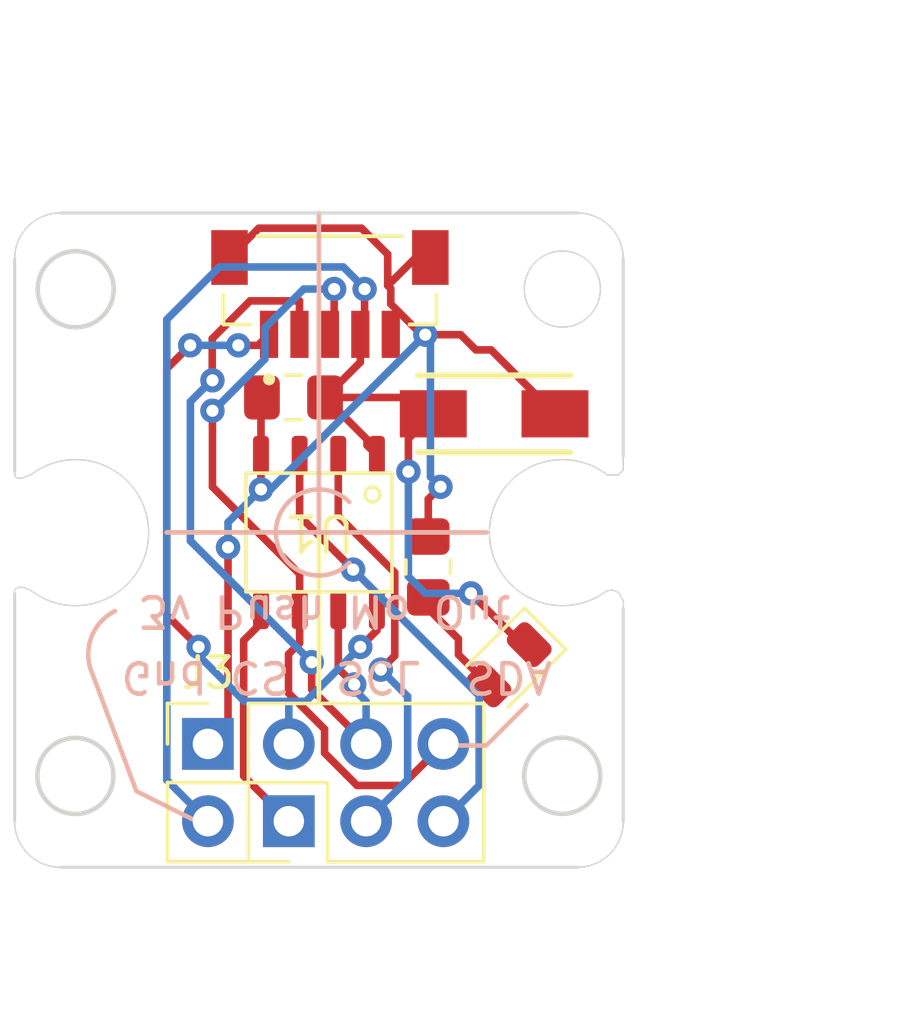
<source format=kicad_pcb>
(kicad_pcb (version 20221018) (generator pcbnew)
  (layers (0 "F.Cu" signal) (31 "B.Cu" signal) (34 "B.Paste" user) (35 "F.Paste" user) (36 "B.SilkS" user "B.Silkscreen") (37 "F.SilkS" user "F.Silkscreen") (38 "B.Mask" user) (39 "F.Mask" user) (44 "Edge.Cuts" user))
  (net 0 "")
  (net 1 "+3.3V")
  (net 2 "GND")
  (net 3 "Net-(D1-A)")
  (net 4 "SDA")
  (net 5 "SCL")
  (net 6 "CS")
  (net 7 "Net-(J2-Pin_1)")
  (net 8 "Net-(J2-Pin_5)")
  (net 9 "Net-(J2-Pin_3)")
  (footprint "Magntek:MT6701_SOP8" (layer "F.Cu") (at 176.479888 97.961634 180)
    (fp_text reference "U1" (at -0.016 -0.008 180 unlocked) (layer "F.SilkS") (effects (font (size 1.15 1.15) (thickness 0.16))))
    (fp_text value "MT6701-SOP8" hide)
    (fp_rect (start -2.4 -1.95) (end 2.4 1.95) (stroke (width 0.12)) (fill none) (layer "F.SilkS"))
    (fp_circle (center -1.760688 1.24885) (end -1.598307 1.435694) (stroke (width 0.12)) (fill none) (layer "F.SilkS"))
    (pad "1" smd roundrect (at -1.905 2.54) (size 0.525 1.27) (layers "F.Cu" "F.Paste" "F.Mask") (net 1 "+3.3V"))
    (pad "2" smd roundrect (at -0.635 2.54) (size 0.525 1.27) (layers "F.Cu" "F.Paste" "F.Mask") (net 9 "Net-(J2-Pin_3)"))
    (pad "3" smd roundrect (at 0.635 2.54) (size 0.525 1.27) (layers "F.Cu" "F.Paste" "F.Mask") (net 8 "Net-(J2-Pin_5)"))
    (pad "4" smd roundrect (at 1.905 2.54) (size 0.525 1.27) (layers "F.Cu" "F.Paste" "F.Mask") (net 2 "GND"))
    (pad "5" smd roundrect (at 1.905 -2.54) (size 0.525 1.27) (layers "F.Cu" "F.Paste" "F.Mask") (net 7 "Net-(J2-Pin_1)"))
    (pad "6" smd roundrect (at 0.635 -2.54) (size 0.525 1.27) (layers "F.Cu" "F.Paste" "F.Mask") (net 4 "SDA"))
    (pad "7" smd roundrect (at -0.635 -2.54) (size 0.525 1.27) (layers "F.Cu" "F.Paste" "F.Mask") (net 5 "SCL"))
    (pad "8" smd roundrect (at -1.905 -2.54) (size 0.525 1.27) (layers "F.Cu" "F.Paste" "F.Mask") (net 6 "CS"))
  )
  (footprint "Resistor_SMD:R_0805_2012Metric_Pad1.20x1.40mm_HandSolder" (layer "F.Cu") (at 180.072898 99.095375 90)
    (fp_text reference "R1" hide)
    (fp_text value "2k" hide)
    (fp_line (start -0.227064 -0.735) (end 0.227064 -0.735) (stroke (width 0.12)) (layer "F.SilkS"))
    (fp_line (start -0.227064 0.735) (end 0.227064 0.735) (stroke (width 0.12)) (layer "F.SilkS"))
    (pad "1" smd roundrect (at -1 0 90) (size 1.2 1.4) (layers "F.Cu" "F.Paste" "F.Mask") (roundrect_rratio 0.208333) (net 3 "Net-(D1-A)"))
    (pad "2" smd roundrect (at 1 0 90) (size 1.2 1.4) (layers "F.Cu" "F.Paste" "F.Mask") (roundrect_rratio 0.208333) (net 2 "GND"))
  )
  (footprint "Connector_PinHeader_2.54mm:PinHeader_1x02_P2.54mm_Vertical" (layer "F.Cu") (at 172.830874 104.909086)
    (fp_text reference "J3" (at 0 -2.33) (layer "F.SilkS"))
    (fp_text value "Conn_01x02_Pin")
    (fp_line (start -1.33 -1.33) (end 0 -1.33) (stroke (width 0.12)) (layer "F.SilkS"))
    (fp_line (start -1.33 0) (end -1.33 -1.33) (stroke (width 0.12)) (layer "F.SilkS"))
    (fp_line (start -1.33 1.27) (end -1.33 3.87) (stroke (width 0.12)) (layer "F.SilkS"))
    (fp_line (start -1.33 1.27) (end 1.33 1.27) (stroke (width 0.12)) (layer "F.SilkS"))
    (fp_line (start -1.33 3.87) (end 1.33 3.87) (stroke (width 0.12)) (layer "F.SilkS"))
    (fp_line (start 1.33 1.27) (end 1.33 3.87) (stroke (width 0.12)) (layer "F.SilkS"))
    (pad "1" thru_hole rect (at 0 0) (size 1.7 1.7) (drill 1) (layers "*.Cu" "*.Mask") (net 2 "GND"))
    (pad "2" thru_hole oval (at 0 2.54) (size 1.7 1.7) (drill 1) (layers "*.Cu" "*.Mask") (net 1 "+3.3V"))
  )
  (footprint "Diode_SMD:D_0805_2012Metric" (layer "F.Cu") (at 182.727008 102.308932 -135)
    (fp_text reference "D1" hide)
    (fp_text value "LED")
    (fp_line (start -1.685 -0.96) (end -1.685 0.96) (stroke (width 0.12)) (layer "F.SilkS"))
    (fp_line (start -1.685 0.96) (end 1 0.96) (stroke (width 0.12)) (layer "F.SilkS"))
    (fp_line (start 1 -0.96) (end -1.685 -0.96) (stroke (width 0.12)) (layer "F.SilkS"))
    (pad "1" smd roundrect (at -0.9375 0 225) (size 0.975 1.4) (layers "F.Cu" "F.Paste" "F.Mask") (net 1 "+3.3V"))
    (pad "2" smd roundrect (at 0.9375 0 225) (size 0.975 1.4) (layers "F.Cu" "F.Paste" "F.Mask") (net 3 "Net-(D1-A)"))
  )
  (footprint "Capacitor_SMD:C_0805_2012Metric_Pad1.18x1.45mm_HandSolder" (layer "F.Cu") (at 175.643973 93.52439 180)
    (fp_text reference "C1" hide)
    (fp_text value "0.1uF" hide)
    (fp_line (start -0.261252 -0.735) (end 0.261252 -0.735) (stroke (width 0.12)) (layer "F.SilkS"))
    (fp_line (start -0.261252 0.735) (end 0.261252 0.735) (stroke (width 0.12)) (layer "F.SilkS"))
    (pad "1" smd roundrect (at -1.0375 0 180) (size 1.175 1.45) (layers "F.Cu" "F.Paste" "F.Mask") (roundrect_rratio 0.212766) (net 1 "+3.3V"))
    (pad "2" smd roundrect (at 1.0375 0 180) (size 1.175 1.45) (layers "F.Cu" "F.Paste" "F.Mask") (roundrect_rratio 0.212766) (net 2 "GND"))
  )
  (footprint "Connector_PinHeader_2.54mm:PinHeader_2x03_P2.54mm_Vertical" (layer "F.Cu") (at 175.49 107.45 90)
    (fp_text reference "J2" hide)
    (fp_text value "DNP" hide)
    (fp_line (start -1.33 -1.33) (end 0 -1.33) (stroke (width 0.12)) (layer "F.SilkS"))
    (fp_line (start -1.33 0) (end -1.33 -1.33) (stroke (width 0.12)) (layer "F.SilkS"))
    (fp_line (start -1.33 1.27) (end -1.33 6.41) (stroke (width 0.12)) (layer "F.SilkS"))
    (fp_line (start -1.33 1.27) (end 1.27 1.27) (stroke (width 0.12)) (layer "F.SilkS"))
    (fp_line (start -1.33 6.41) (end 3.87 6.41) (stroke (width 0.12)) (layer "F.SilkS"))
    (fp_line (start 1.27 -1.33) (end 3.87 -1.33) (stroke (width 0.12)) (layer "F.SilkS"))
    (fp_line (start 1.27 1.27) (end 1.27 -1.33) (stroke (width 0.12)) (layer "F.SilkS"))
    (fp_line (start 3.87 -1.33) (end 3.87 6.41) (stroke (width 0.12)) (layer "F.SilkS"))
    (pad "1" thru_hole rect (at 0 0 90) (size 1.7 1.7) (drill 1) (layers "*.Cu" "*.Mask") (net 7 "Net-(J2-Pin_1)"))
    (pad "2" thru_hole oval (at 2.54 0 90) (size 1.7 1.7) (drill 1) (layers "*.Cu" "*.Mask") (net 6 "CS"))
    (pad "3" thru_hole oval (at 0 2.54 90) (size 1.7 1.7) (drill 1) (layers "*.Cu" "*.Mask") (net 9 "Net-(J2-Pin_3)"))
    (pad "4" thru_hole oval (at 2.54 2.54 90) (size 1.7 1.7) (drill 1) (layers "*.Cu" "*.Mask") (net 5 "SCL"))
    (pad "5" thru_hole oval (at 0 5.08 90) (size 1.7 1.7) (drill 1) (layers "*.Cu" "*.Mask") (net 8 "Net-(J2-Pin_5)"))
    (pad "6" thru_hole oval (at 2.54 5.08 90) (size 1.7 1.7) (drill 1) (layers "*.Cu" "*.Mask") (net 4 "SDA"))
  )
  (footprint "SnapEDA Library:JST_BM05B-SRSS-TB_LF__SN_" (layer "F.Cu") (at 176.840444 88.925306)
    (fp_text reference "J1" hide)
    (fp_text value "BM05B-SRSS-TB_LF__SN_" hide)
    (fp_line (start -3.5 2.2) (end -3.5 1.22) (stroke (width 0.127)) (layer "F.SilkS"))
    (fp_line (start -2.62 2.2) (end -3.5 2.2) (stroke (width 0.127)) (layer "F.SilkS"))
    (fp_line (start -2.38 -0.7) (end 2.38 -0.7) (stroke (width 0.127)) (layer "F.SilkS"))
    (fp_line (start 3.5 2.2) (end 2.62 2.2) (stroke (width 0.127)) (layer "F.SilkS"))
    (fp_line (start 3.5 2.2) (end 3.5 1.22) (stroke (width 0.127)) (layer "F.SilkS"))
    (fp_circle (center -2 4) (end -1.9 4) (stroke (width 0.2)) (fill none) (layer "F.SilkS"))
    (pad "1" smd rect (at -2 2.525) (size 0.6 1.55) (layers "F.Cu" "F.Paste" "F.Mask") (net 6 "CS"))
    (pad "2" smd rect (at -1 2.525) (size 0.6 1.55) (layers "F.Cu" "F.Paste" "F.Mask") (net 5 "SCL"))
    (pad "3" smd rect (at 0 2.525) (size 0.6 1.55) (layers "F.Cu" "F.Paste" "F.Mask") (net 4 "SDA"))
    (pad "4" smd rect (at 1 2.525) (size 0.6 1.55) (layers "F.Cu" "F.Paste" "F.Mask") (net 1 "+3.3V"))
    (pad "5" smd rect (at 2 2.525) (size 0.6 1.55) (layers "F.Cu" "F.Paste" "F.Mask") (net 2 "GND"))
    (pad "S1" smd rect (at -3.3 0) (size 1.2 1.8) (layers "F.Cu" "F.Paste" "F.Mask") (net 2 "GND"))
    (pad "S2" smd rect (at 3.3 0) (size 1.2 1.8) (layers "F.Cu" "F.Paste" "F.Mask") (net 2 "GND"))
  )
  (footprint "aaa_SamacSys_Parts:DIONM5025X225N" (layer "F.Cu") (at 182.237339 94.062508)
    (fp_text reference "D2" hide)
    (fp_text value "SMAJ6.0CAe3_TR13" hide)
    (fp_line (start -2.5 1.262) (end 2.5 1.262) (stroke (width 0.2)) (layer "F.SilkS"))
    (fp_line (start 2.5 -1.262) (end -2.5 -1.262) (stroke (width 0.2)) (layer "F.SilkS"))
    (pad "1" smd rect (at -2 0 90) (size 1.55 2.2) (layers "F.Cu" "F.Paste" "F.Mask") (net 1 "+3.3V"))
    (pad "2" smd rect (at 2 0 90) (size 1.55 2.2) (layers "F.Cu" "F.Paste" "F.Mask") (net 2 "GND"))
  )
  (gr_line (start 171.479888 97.961634) (end 181.979888 97.961634) (stroke (width 0.15)) (layer "B.SilkS"))
  (gr_line (start 168.979888 102.461634) (end 170.479888 106.461634) (stroke (width 0.15)) (layer "B.SilkS"))
  (gr_line (start 170.479888 106.461634) (end 172.479888 107.461634) (stroke (width 0.15)) (layer "B.SilkS"))
  (gr_line (start 176.479888 97.961634) (end 176.479888 87.461634) (stroke (width 0.15)) (layer "B.SilkS"))
  (gr_line (start 181.979888 97.961634) (end 176.479888 97.961634) (stroke (width 0.15)) (layer "B.SilkS"))
  (gr_arc (start 177.479888 98.961634) (mid 175.065674 97.961634) (end 177.479888 96.961634) (stroke (width 0.15)) (layer "B.SilkS"))
  (gr_line (start 176.479888 97.961634) (end 171.479888 97.961634) (stroke (width 0.15)) (layer "B.SilkS"))
  (gr_line (start 176.479888 87.461634) (end 176.479888 97.961634) (stroke (width 0.15)) (layer "B.SilkS"))
  (gr_arc (start 168.979889 102.461634) (mid 169.019107 101.356559) (end 169.772782 100.547421) (stroke (width 0.15)) (layer "B.SilkS"))
  (gr_line (start 181.979888 104.961634) (end 183.305841 103.635681) (stroke (width 0.15)) (layer "B.SilkS"))
  (gr_line (start 180.479888 104.961634) (end 181.979888 104.961634) (stroke (width 0.15)) (layer "B.SilkS"))
  (gr_line (start 176.479888 97.961634) (end 171.479888 97.961634) (stroke (width 0.15)) (layer "F.SilkS"))
  (gr_line (start 181.979888 97.961634) (end 176.479888 97.961634) (stroke (width 0.15)) (layer "F.SilkS"))
  (gr_line (start 176.479888 103.461634) (end 176.479888 87.461634) (stroke (width 0.15)) (layer "F.SilkS"))
  (gr_line (start 171.479888 97.961634) (end 176.479888 97.961634) (stroke (width 0.15)) (layer "F.SilkS"))
  (gr_line (start 176.479888 97.961634) (end 176.479888 103.461634) (stroke (width 0.15)) (layer "F.SilkS"))
  (gr_line (start 186.479888 88.961634) (end 186.479888 95.461634) (stroke (width 0.1)) (layer "Edge.Cuts"))
  (gr_circle (center 184.479888 89.961634) (end 185.729888 89.961634) (stroke (width 0.05)) (fill none) (layer "Edge.Cuts"))
  (gr_line (start 166.639817 99.760762) (end 166.779016 99.769647) (stroke (width 0.05)) (layer "Edge.Cuts"))
  (gr_line (start 186.487785 100.287417) (end 186.479888 100.461634) (stroke (width 0.05)) (layer "Edge.Cuts"))
  (gr_arc (start 167.043323 96.046241) (mid 170.759919 97.207703) (end 168.483019 100.366469) (stroke (width 0.05)) (layer "Edge.Cuts"))
  (gr_line (start 186.325881 99.93794) (end 186.367344 100.001122) (stroke (width 0.05)) (layer "Edge.Cuts"))
  (gr_line (start 166.515427 96.149864) (end 166.574661 96.17619) (stroke (width 0.05)) (layer "Edge.Cuts"))
  (gr_circle (center 184.475429 105.957174) (end 185.725429 105.957174) (stroke (width 0.15)) (fill none) (layer "Edge.Cuts"))
  (gr_line (start 186.479888 95.911806) (end 186.319958 96.071736) (stroke (width 0.05)) (layer "Edge.Cuts"))
  (gr_line (start 186.479888 95.461634) (end 186.479888 95.607742) (stroke (width 0.05)) (layer "Edge.Cuts"))
  (gr_line (start 166.901102 96.103793) (end 166.968233 96.077467) (stroke (width 0.05)) (layer "Edge.Cuts"))
  (gr_line (start 186.256775 99.896477) (end 186.325881 99.93794) (stroke (width 0.05)) (layer "Edge.Cuts"))
  (gr_arc (start 185.923324 99.88624) (mid 185.242146 100.243248) (end 184.483019 100.366469) (stroke (width 0.05)) (layer "Edge.Cuts"))
  (gr_line (start 185.918867 96.043362) (end 185.948293 96.072788) (stroke (width 0.05)) (layer "Edge.Cuts"))
  (gr_line (start 166.479888 107.461634) (end 166.479888 99.961634) (stroke (width 0.1)) (layer "Edge.Cuts"))
  (gr_line (start 186.319958 96.071736) (end 185.948293 96.072788) (stroke (width 0.05)) (layer "Edge.Cuts"))
  (gr_line (start 166.473964 99.861458) (end 166.539121 99.79334) (stroke (width 0.05)) (layer "Edge.Cuts"))
  (gr_arc (start 167.979888 108.961634) (mid 166.919228 108.522294) (end 166.479888 107.461634) (stroke (width 0.05)) (layer "Edge.Cuts"))
  (gr_line (start 185.923324 99.88624) (end 186.006021 99.870809) (stroke (width 0.05)) (layer "Edge.Cuts"))
  (gr_line (start 186.479888 95.607742) (end 186.479888 95.911806) (stroke (width 0.05)) (layer "Edge.Cuts"))
  (gr_line (start 166.968233 96.077467) (end 167.043323 96.046241) (stroke (width 0.05)) (layer "Edge.Cuts"))
  (gr_line (start 186.367344 100.001122) (end 186.414731 100.089972) (stroke (width 0.05)) (layer "Edge.Cuts"))
  (gr_circle (center 168.485545 89.967291) (end 169.735545 89.967291) (stroke (width 0.15)) (fill none) (layer "Edge.Cuts"))
  (gr_line (start 166.479888 99.961634) (end 166.473964 99.861458) (stroke (width 0.05)) (layer "Edge.Cuts"))
  (gr_arc (start 166.479888 88.961634) (mid 166.919228 87.900974) (end 167.979888 87.461634) (stroke (width 0.05)) (layer "Edge.Cuts"))
  (gr_line (start 166.479888 88.961634) (end 166.479888 95.961634) (stroke (width 0.1)) (layer "Edge.Cuts"))
  (gr_line (start 186.171874 99.864886) (end 186.256775 99.896477) (stroke (width 0.05)) (layer "Edge.Cuts"))
  (gr_line (start 166.689178 96.182771) (end 166.797115 96.15118) (stroke (width 0.05)) (layer "Edge.Cuts"))
  (gr_arc (start 184.483019 95.566469) (mid 185.239505 95.68881) (end 185.918867 96.043362) (stroke (width 0.05)) (layer "Edge.Cuts"))
  (gr_line (start 186.470015 100.190669) (end 186.487785 100.287417) (stroke (width 0.05)) (layer "Edge.Cuts"))
  (gr_line (start 186.479888 107.461634) (end 186.479888 100.461634) (stroke (width 0.1)) (layer "Edge.Cuts"))
  (gr_line (start 166.779016 99.769647) (end 166.897482 99.817033) (stroke (width 0.05)) (layer "Edge.Cuts"))
  (gr_line (start 166.479888 95.961634) (end 166.489102 96.09063) (stroke (width 0.05)) (layer "Edge.Cuts"))
  (gr_line (start 166.897482 99.817033) (end 167.038867 99.883348) (stroke (width 0.05)) (layer "Edge.Cuts"))
  (gr_line (start 186.102769 99.855014) (end 186.171874 99.864886) (stroke (width 0.05)) (layer "Edge.Cuts"))
  (gr_circle (center 168.474506 105.962074) (end 169.724506 105.962074) (stroke (width 0.15)) (fill none) (layer "Edge.Cuts"))
  (gr_line (start 186.006021 99.870809) (end 186.102769 99.855014) (stroke (width 0.05)) (layer "Edge.Cuts"))
  (gr_arc (start 186.479888 107.461634) (mid 186.040548 108.522294) (end 184.979888 108.961634) (stroke (width 0.05)) (layer "Edge.Cuts"))
  (gr_line (start 186.414731 100.089972) (end 186.470015 100.190669) (stroke (width 0.05)) (layer "Edge.Cuts"))
  (gr_arc (start 184.979888 87.461634) (mid 186.040548 87.900974) (end 186.479888 88.961634) (stroke (width 0.05)) (layer "Edge.Cuts"))
  (gr_line (start 176.479888 87.461634) (end 184.979888 87.461634) (stroke (width 0.1)) (layer "Edge.Cuts"))
  (gr_line (start 166.539121 99.79334) (end 166.639817 99.760762) (stroke (width 0.05)) (layer "Edge.Cuts"))
  (gr_line (start 166.797115 96.15118) (end 166.901102 96.103793) (stroke (width 0.05)) (layer "Edge.Cuts"))
  (gr_arc (start 184.483019 100.366469) (mid 182.083019 97.966469) (end 184.483019 95.566469) (stroke (width 0.05)) (layer "Edge.Cuts"))
  (gr_line (start 166.574661 96.17619) (end 166.689178 96.182771) (stroke (width 0.05)) (layer "Edge.Cuts"))
  (gr_line (start 176.479888 87.461634) (end 167.979888 87.461634) (stroke (width 0.1)) (layer "Edge.Cuts"))
  (gr_arc (start 168.483019 100.366469) (mid 167.721609 100.242486) (end 167.038867 99.883348) (stroke (width 0.05)) (layer "Edge.Cuts"))
  (gr_line (start 166.489102 96.09063) (end 166.515427 96.149864) (stroke (width 0.05)) (layer "Edge.Cuts"))
  (gr_line (start 184.979888 108.961634) (end 167.979888 108.961634) (stroke (width 0.1)) (layer "Edge.Cuts"))
  (gr_text "Gnd CS  SCL  SDA" (at 169.88927 102.125904 180) (layer "B.SilkS") (effects (font (size 1 1)) (justify left bottom mirror)))
  (gr_text "3v Push Mo Out" (at 170.479888 99.961634 180) (layer "B.SilkS") (effects (font (size 1 1)) (justify left bottom mirror)))
  (segment (start 183.158451 101.646019) (end 181.474506 99.962074) (width 0.25) (layer "F.Cu") (net 1))
  (segment (start 183.389921 101.646019) (end 183.158451 101.646019) (width 0.25) (layer "F.Cu") (net 1))
  (segment (start 176.681473 93.52439) (end 177.840444 92.365419) (width 0.25) (layer "F.Cu") (net 1))
  (segment (start 179.420006 95.962074) (end 179.420006 94.879841) (width 0.25) (layer "F.Cu") (net 1))
  (segment (start 179.420006 94.879841) (end 180.237339 94.062508) (width 0.25) (layer "F.Cu") (net 1))
  (segment (start 176.681473 93.52439) (end 178.058749 94.901666) (width 0.25) (layer "F.Cu") (net 1))
  (segment (start 177.979888 91.310862) (end 177.840444 91.450306) (width 0.25) (layer "F.Cu") (net 1))
  (segment (start 176.681473 93.52439) (end 179.699221 93.52439) (width 0.25) (layer "F.Cu") (net 1))
  (segment (start 177.840444 92.365419) (end 177.840444 91.450306) (width 0.25) (layer "F.Cu") (net 1))
  (segment (start 178.058749 95.095495) (end 178.384888 95.421634) (width 0.25) (layer "F.Cu") (net 1))
  (segment (start 178.058749 94.901666) (end 178.058749 95.095495) (width 0.25) (layer "F.Cu") (net 1))
  (segment (start 177.979888 89.961634) (end 177.979888 91.310862) (width 0.25) (layer "F.Cu") (net 1))
  (segment (start 179.699221 93.52439) (end 180.237339 94.062508) (width 0.25) (layer "F.Cu") (net 1))
  (via (at 181.474506 99.962074) (size 0.8) (drill 0.4) (layers "F.Cu" "B.Cu") (net 1))
  (via (at 179.420006 95.962074) (size 0.8) (drill 0.4) (layers "F.Cu" "B.Cu") (net 1))
  (via (at 177.979888 89.961634) (size 0.8) (drill 0.4) (layers "F.Cu" "B.Cu") (net 1))
  (segment (start 173.204888 89.236634) (end 177.280193 89.236634) (width 0.25) (layer "B.Cu") (net 1))
  (segment (start 181.474506 99.962074) (end 179.974506 99.962074) (width 0.25) (layer "B.Cu") (net 1))
  (segment (start 171.479388 90.962134) (end 173.204888 89.236634) (width 0.25) (layer "B.Cu") (net 1))
  (segment (start 179.974506 99.962074) (end 179.420006 99.407574) (width 0.25) (layer "B.Cu") (net 1))
  (segment (start 179.420006 99.407574) (end 179.420006 95.962074) (width 0.25) (layer "B.Cu") (net 1))
  (segment (start 177.280193 89.236634) (end 177.979888 89.936329) (width 0.25) (layer "B.Cu") (net 1))
  (segment (start 177.979888 89.936329) (end 177.979888 89.961634) (width 0.25) (layer "B.Cu") (net 1))
  (segment (start 171.479388 106.0976) (end 171.479388 90.962134) (width 0.25) (layer "B.Cu") (net 1))
  (segment (start 172.830874 107.449086) (end 171.479388 106.0976) (width 0.25) (layer "B.Cu") (net 1))
  (segment (start 173.540444 88.925306) (end 174.503676 87.962074) (width 0.25) (layer "F.Cu") (net 2))
  (segment (start 177.878526 87.962074) (end 178.740488 88.824036) (width 0.25) (layer "F.Cu") (net 2))
  (segment (start 178.740488 89.849036) (end 179.664218 88.925306) (width 0.25) (layer "F.Cu") (net 2))
  (segment (start 178.740488 88.824036) (end 178.740488 89.849036) (width 0.25) (layer "F.Cu") (net 2))
  (segment (start 172.830874 104.909086) (end 173.492187 104.247773) (width 0.25) (layer "F.Cu") (net 2))
  (segment (start 173.492187 104.247773) (end 173.492187 98.449335) (width 0.25) (layer "F.Cu") (net 2))
  (segment (start 174.503676 87.962074) (end 177.878526 87.962074) (width 0.25) (layer "F.Cu") (net 2))
  (segment (start 180.474506 96.462074) (end 180.072898 96.863682) (width 0.25) (layer "F.Cu") (net 2))
  (segment (start 178.840444 89.948992) (end 178.740488 89.849036) (width 0.25) (layer "F.Cu") (net 2))
  (segment (start 182.136465 91.961634) (end 184.237339 94.062508) (width 0.25) (layer "F.Cu") (net 2))
  (segment (start 178.840444 90.450306) (end 178.840444 89.948992) (width 0.25) (layer "F.Cu") (net 2))
  (segment (start 174.574888 95.421634) (end 174.574888 93.555975) (width 0.25) (layer "F.Cu") (net 2))
  (segment (start 179.974506 91.462074) (end 179.852212 91.462074) (width 0.25) (layer "F.Cu") (net 2))
  (segment (start 179.852212 91.462074) (end 178.840444 90.450306) (width 0.25) (layer "F.Cu") (net 2))
  (segment (start 174.606473 93.52439) (end 174.606473 93.222289) (width 0.25) (layer "F.Cu") (net 2))
  (segment (start 179.664218 88.925306) (end 180.140444 88.925306) (width 0.25) (layer "F.Cu") (net 2))
  (segment (start 179.974506 91.462074) (end 181.137345 91.462074) (width 0.25) (layer "F.Cu") (net 2))
  (segment (start 174.574888 96.545003) (end 174.574888 95.421634) (width 0.25) (layer "F.Cu") (net 2))
  (segment (start 174.574888 93.555975) (end 174.606473 93.52439) (width 0.25) (layer "F.Cu") (net 2))
  (segment (start 181.137345 91.462074) (end 181.636905 91.961634) (width 0.25) (layer "F.Cu") (net 2))
  (segment (start 180.072898 96.863682) (end 180.072898 98.095375) (width 0.25) (layer "F.Cu") (net 2))
  (segment (start 181.636905 91.961634) (end 182.136465 91.961634) (width 0.25) (layer "F.Cu") (net 2))
  (via (at 173.492187 98.449335) (size 0.8) (drill 0.4) (layers "F.Cu" "B.Cu") (net 2))
  (via (at 174.574888 96.545003) (size 0.8) (drill 0.4) (layers "F.Cu" "B.Cu") (net 2))
  (via (at 179.974506 91.462074) (size 0.8) (drill 0.4) (layers "F.Cu" "B.Cu") (net 2))
  (via (at 180.474506 96.462074) (size 0.8) (drill 0.4) (layers "F.Cu" "B.Cu") (net 2))
  (segment (start 179.974506 91.392074) (end 180.144506 91.562074) (width 0.25) (layer "B.Cu") (net 2))
  (segment (start 180.144506 96.132074) (end 180.144506 91.562074) (width 0.25) (layer "B.Cu") (net 2))
  (segment (start 174.574888 96.545003) (end 174.891577 96.545003) (width 0.25) (layer "B.Cu") (net 2))
  (segment (start 173.492187 98.449335) (end 173.492187 97.627704) (width 0.25) (layer "B.Cu") (net 2))
  (segment (start 180.044506 91.462074) (end 179.974506 91.462074) (width 0.25) (layer "B.Cu") (net 2))
  (segment (start 180.474506 96.462074) (end 180.144506 96.132074) (width 0.25) (layer "B.Cu") (net 2))
  (segment (start 174.891577 96.545003) (end 179.974506 91.462074) (width 0.25) (layer "B.Cu") (net 2))
  (segment (start 180.144506 91.562074) (end 180.044506 91.462074) (width 0.25) (layer "B.Cu") (net 2))
  (segment (start 173.492187 97.627704) (end 174.574888 96.545003) (width 0.25) (layer "B.Cu") (net 2))
  (segment (start 181.064095 101.971845) (end 182.064095 102.971845) (width 0.25) (layer "F.Cu") (net 3))
  (segment (start 180.072898 100.095375) (end 180.072898 100.470437) (width 0.25) (layer "F.Cu") (net 3))
  (segment (start 181.064095 101.461634) (end 181.064095 101.971845) (width 0.25) (layer "F.Cu") (net 3))
  (segment (start 180.072898 100.470437) (end 181.064095 101.461634) (width 0.25) (layer "F.Cu") (net 3))
  (segment (start 176.665 104.423299) (end 176.665 105.206701) (width 0.25) (layer "F.Cu") (net 4))
  (segment (start 172.979888 94.461634) (end 172.979888 93.961634) (width 0.25) (layer "F.Cu") (net 4))
  (segment (start 175.844888 100.501634) (end 175.844888 101.596634) (width 0.25) (layer "F.Cu") (net 4))
  (segment (start 176.979888 89.961634) (end 176.979888 91.310862) (width 0.25) (layer "F.Cu") (net 4))
  (segment (start 175.844888 99.326634) (end 172.979888 96.461634) (width 0.25) (layer "F.Cu") (net 4))
  (segment (start 175.479888 101.961634) (end 175.479888 103.238187) (width 0.25) (layer "F.Cu") (net 4))
  (segment (start 179.205 106.275) (end 180.57 104.91) (width 0.25) (layer "F.Cu") (net 4))
  (segment (start 175.844888 101.596634) (end 175.479888 101.961634) (width 0.25) (layer "F.Cu") (net 4))
  (segment (start 175.844888 100.501634) (end 175.844888 99.326634) (width 0.25) (layer "F.Cu") (net 4))
  (segment (start 176.979888 91.310862) (end 176.840444 91.450306) (width 0.25) (layer "F.Cu") (net 4))
  (segment (start 175.479888 103.238187) (end 176.665 104.423299) (width 0.25) (layer "F.Cu") (net 4))
  (segment (start 177.733299 106.275) (end 179.205 106.275) (width 0.25) (layer "F.Cu") (net 4))
  (segment (start 172.979888 96.461634) (end 172.979888 94.461634) (width 0.25) (layer "F.Cu") (net 4))
  (segment (start 176.665 105.206701) (end 177.733299 106.275) (width 0.25) (layer "F.Cu") (net 4))
  (via (at 176.979888 89.961634) (size 0.8) (drill 0.4) (layers "F.Cu" "B.Cu") (net 4))
  (via (at 172.979888 93.961634) (size 0.8) (drill 0.4) (layers "F.Cu" "B.Cu") (net 4))
  (segment (start 172.979888 93.961634) (end 173.005193 93.961634) (width 0.25) (layer "B.Cu") (net 4))
  (segment (start 174.704888 92.261939) (end 174.704888 91.236634) (width 0.25) (layer "B.Cu") (net 4))
  (segment (start 174.704888 91.236634) (end 175.979888 89.961634) (width 0.25) (layer "B.Cu") (net 4))
  (segment (start 173.005193 93.961634) (end 174.704888 92.261939) (width 0.25) (layer "B.Cu") (net 4))
  (segment (start 175.979888 89.961634) (end 176.979888 89.961634) (width 0.25) (layer "B.Cu") (net 4))
  (segment (start 174.215444 90.350306) (end 175.840444 90.350306) (width 0.25) (layer "F.Cu") (net 5))
  (segment (start 172.979888 92.961634) (end 172.972732 92.954478) (width 0.25) (layer "F.Cu") (net 5))
  (segment (start 175.840444 90.350306) (end 175.840444 91.450306) (width 0.25) (layer "F.Cu") (net 5))
  (segment (start 176.242187 102.223933) (end 176.242187 103.122187) (width 0.25) (layer "F.Cu") (net 5))
  (segment (start 177.640589 102.955991) (end 177.114888 102.43029) (width 0.25) (layer "F.Cu") (net 5))
  (segment (start 172.972732 92.954478) (end 172.972732 91.593018) (width 0.25) (layer "F.Cu") (net 5))
  (segment (start 176.242187 103.122187) (end 178.03 104.91) (width 0.25) (layer "F.Cu") (net 5))
  (segment (start 172.972732 91.593018) (end 174.215444 90.350306) (width 0.25) (layer "F.Cu") (net 5))
  (segment (start 177.114888 102.43029) (end 177.114888 100.501634) (width 0.25) (layer "F.Cu") (net 5))
  (via (at 177.640589 102.955991) (size 0.8) (drill 0.4) (layers "F.Cu" "B.Cu") (net 5))
  (via (at 176.242187 102.223933) (size 0.8) (drill 0.4) (layers "F.Cu" "B.Cu") (net 5))
  (via (at 172.979888 92.961634) (size 0.8) (drill 0.4) (layers "F.Cu" "B.Cu") (net 5))
  (segment (start 172.254888 98.236634) (end 176.242187 102.223933) (width 0.25) (layer "B.Cu") (net 5))
  (segment (start 172.979888 92.961634) (end 172.954583 92.961634) (width 0.25) (layer "B.Cu") (net 5))
  (segment (start 172.954583 92.961634) (end 172.254888 93.661329) (width 0.25) (layer "B.Cu") (net 5))
  (segment (start 177.640589 103.122335) (end 178.03 103.511746) (width 0.25) (layer "B.Cu") (net 5))
  (segment (start 172.254888 93.661329) (end 172.254888 98.236634) (width 0.25) (layer "B.Cu") (net 5))
  (segment (start 178.03 103.511746) (end 178.03 104.91) (width 0.25) (layer "B.Cu") (net 5))
  (segment (start 177.640589 102.955991) (end 177.640589 103.122335) (width 0.25) (layer "B.Cu") (net 5))
  (segment (start 178.384888 101.176574) (end 178.384888 100.501634) (width 0.25) (layer "F.Cu") (net 6))
  (segment (start 174.479165 91.811585) (end 174.840444 91.450306) (width 0.25) (layer "F.Cu") (net 6))
  (segment (start 177.839388 101.722074) (end 178.384888 101.176574) (width 0.25) (layer "F.Cu") (net 6))
  (segment (start 171.479888 100.677456) (end 172.524506 101.722074) (width 0.25) (layer "F.Cu") (net 6))
  (segment (start 171.479888 92.579929) (end 171.479888 100.677456) (width 0.25) (layer "F.Cu") (net 6))
  (segment (start 172.248232 91.811585) (end 171.479888 92.579929) (width 0.25) (layer "F.Cu") (net 6))
  (segment (start 173.829839 91.811585) (end 174.479165 91.811585) (width 0.25) (layer "F.Cu") (net 6))
  (via (at 172.248232 91.811585) (size 0.8) (drill 0.4) (layers "F.Cu" "B.Cu") (net 6))
  (via (at 173.829839 91.811585) (size 0.8) (drill 0.4) (layers "F.Cu" "B.Cu") (net 6))
  (via (at 172.524506 101.722074) (size 0.8) (drill 0.4) (layers "F.Cu" "B.Cu") (net 6))
  (via (at 177.839388 101.722074) (size 0.8) (drill 0.4) (layers "F.Cu" "B.Cu") (net 6))
  (segment (start 175.479888 103.511607) (end 175.49 103.521719) (width 0.25) (layer "B.Cu") (net 6))
  (segment (start 175.479888 103.511607) (end 176.049855 103.511607) (width 0.25) (layer "B.Cu") (net 6))
  (segment (start 175.49 103.521719) (end 175.49 104.91) (width 0.25) (layer "B.Cu") (net 6))
  (segment (start 172.524506 101.722074) (end 172.524506 102.006252) (width 0.25) (layer "B.Cu") (net 6))
  (segment (start 173.829839 91.811585) (end 172.248232 91.811585) (width 0.25) (layer "B.Cu") (net 6))
  (segment (start 174.029861 103.511607) (end 175.479888 103.511607) (width 0.25) (layer "B.Cu") (net 6))
  (segment (start 176.049855 103.511607) (end 177.839388 101.722074) (width 0.25) (layer "B.Cu") (net 6))
  (segment (start 172.524506 102.006252) (end 174.029861 103.511607) (width 0.25) (layer "B.Cu") (net 6))
  (segment (start 174.005874 101.510706) (end 174.005874 105.965874) (width 0.25) (layer "F.Cu") (net 7))
  (segment (start 174.574888 100.941692) (end 174.005874 101.510706) (width 0.25) (layer "F.Cu") (net 7))
  (segment (start 174.005874 105.965874) (end 175.49 107.45) (width 0.25) (layer "F.Cu") (net 7))
  (segment (start 174.574888 100.501634) (end 174.574888 100.941692) (width 0.25) (layer "F.Cu") (net 7))
  (segment (start 177.604506 99.182074) (end 175.844888 97.422456) (width 0.25) (layer "F.Cu") (net 8))
  (segment (start 175.844888 97.422456) (end 175.844888 95.421634) (width 0.25) (layer "F.Cu") (net 8))
  (via (at 177.604506 99.182074) (size 0.8) (drill 0.4) (layers "F.Cu" "B.Cu") (net 8))
  (segment (start 181.745 106.275) (end 180.57 107.45) (width 0.25) (layer "B.Cu") (net 8))
  (segment (start 181.745 103.322568) (end 181.745 106.275) (width 0.25) (layer "B.Cu") (net 8))
  (segment (start 177.604506 99.182074) (end 181.745 103.322568) (width 0.25) (layer "B.Cu") (net 8))
  (segment (start 178.512838 102.467947) (end 178.972388 102.008397) (width 0.25) (layer "F.Cu") (net 9))
  (segment (start 177.114888 97.422456) (end 177.114888 95.421634) (width 0.25) (layer "F.Cu") (net 9))
  (segment (start 178.972388 102.008397) (end 178.972388 99.279956) (width 0.25) (layer "F.Cu") (net 9))
  (segment (start 178.972388 99.279956) (end 177.114888 97.422456) (width 0.25) (layer "F.Cu") (net 9))
  (via (at 178.512838 102.467947) (size 0.8) (drill 0.4) (layers "F.Cu" "B.Cu") (net 9))
  (segment (start 179.395 106.085) (end 178.03 107.45) (width 0.25) (layer "B.Cu") (net 9))
  (segment (start 178.512838 102.467947) (end 179.395 103.350109) (width 0.25) (layer "B.Cu") (net 9))
  (segment (start 179.395 103.350109) (end 179.395 106.085) (width 0.25) (layer "B.Cu") (net 9))
)
</source>
